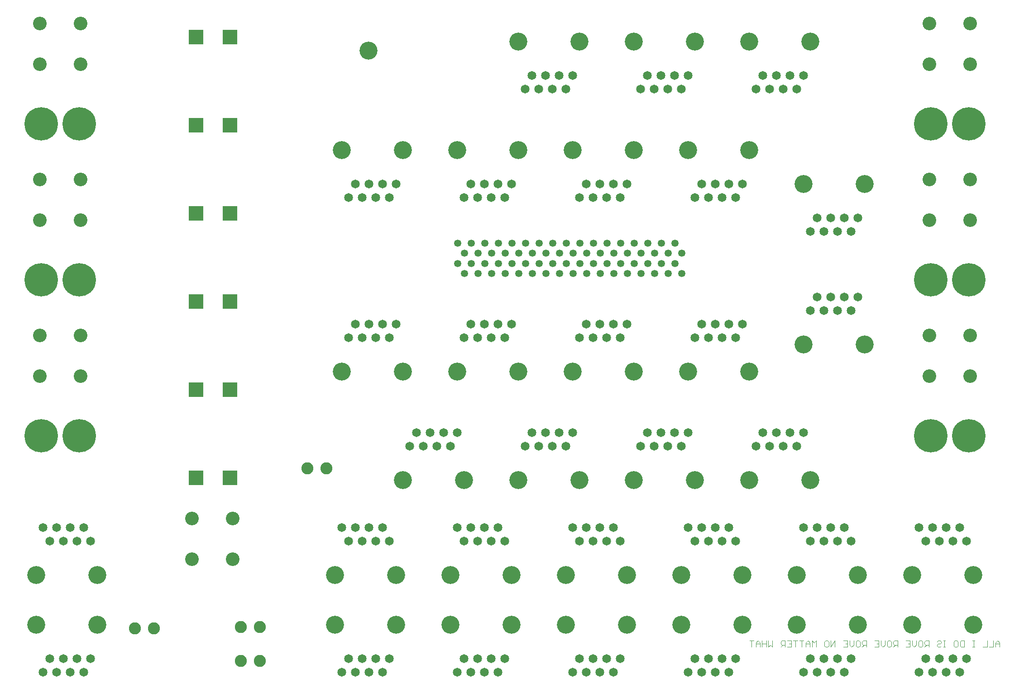
<source format=gbs>
G75*
%MOIN*%
%OFA0B0*%
%FSLAX24Y24*%
%IPPOS*%
%LPD*%
%AMOC8*
5,1,8,0,0,1.08239X$1,22.5*
%
%ADD10C,0.0040*%
%ADD11C,0.0651*%
%ADD12C,0.1320*%
%ADD13C,0.0887*%
%ADD14C,0.0532*%
%ADD15C,0.1005*%
%ADD16C,0.2460*%
%ADD17R,0.1110X0.1110*%
D10*
X071836Y007513D02*
X071836Y007974D01*
X071989Y007974D02*
X071682Y007974D01*
X072143Y007820D02*
X072143Y007513D01*
X072143Y007744D02*
X072449Y007744D01*
X072449Y007820D02*
X072296Y007974D01*
X072143Y007820D01*
X072449Y007820D02*
X072449Y007513D01*
X072603Y007513D02*
X072603Y007974D01*
X072603Y007744D02*
X072910Y007744D01*
X072910Y007974D02*
X072910Y007513D01*
X073063Y007513D02*
X073063Y007974D01*
X073370Y007974D02*
X073370Y007513D01*
X073217Y007667D01*
X073063Y007513D01*
X073984Y007513D02*
X074138Y007667D01*
X074061Y007667D02*
X074291Y007667D01*
X074291Y007513D02*
X074291Y007974D01*
X074061Y007974D01*
X073984Y007897D01*
X073984Y007744D01*
X074061Y007667D01*
X074445Y007513D02*
X074751Y007513D01*
X074751Y007974D01*
X074445Y007974D01*
X074598Y007744D02*
X074751Y007744D01*
X074905Y007974D02*
X075212Y007974D01*
X075365Y007974D02*
X075672Y007974D01*
X075519Y007974D02*
X075519Y007513D01*
X075826Y007513D02*
X075826Y007820D01*
X075979Y007974D01*
X076133Y007820D01*
X076133Y007513D01*
X076286Y007513D02*
X076286Y007974D01*
X076440Y007820D01*
X076593Y007974D01*
X076593Y007513D01*
X076133Y007744D02*
X075826Y007744D01*
X075058Y007513D02*
X075058Y007974D01*
X077207Y007897D02*
X077284Y007974D01*
X077437Y007974D01*
X077514Y007897D01*
X077514Y007590D01*
X077437Y007513D01*
X077284Y007513D01*
X077207Y007590D01*
X077207Y007897D01*
X077667Y007974D02*
X077667Y007513D01*
X077974Y007974D01*
X077974Y007513D01*
X078588Y007513D02*
X078895Y007513D01*
X078895Y007974D01*
X078588Y007974D01*
X078742Y007744D02*
X078895Y007744D01*
X079048Y007667D02*
X079048Y007974D01*
X079048Y007667D02*
X079202Y007513D01*
X079355Y007667D01*
X079355Y007974D01*
X079509Y007897D02*
X079586Y007974D01*
X079739Y007974D01*
X079816Y007897D01*
X079816Y007590D01*
X079739Y007513D01*
X079586Y007513D01*
X079509Y007590D01*
X079509Y007897D01*
X079969Y007897D02*
X080046Y007974D01*
X080276Y007974D01*
X080276Y007513D01*
X080276Y007667D02*
X080046Y007667D01*
X079969Y007744D01*
X079969Y007897D01*
X080123Y007667D02*
X079969Y007513D01*
X080890Y007513D02*
X081197Y007513D01*
X081197Y007974D01*
X080890Y007974D01*
X081043Y007744D02*
X081197Y007744D01*
X081350Y007667D02*
X081350Y007974D01*
X081350Y007667D02*
X081504Y007513D01*
X081657Y007667D01*
X081657Y007974D01*
X081811Y007897D02*
X081888Y007974D01*
X082041Y007974D01*
X082118Y007897D01*
X082118Y007590D01*
X082041Y007513D01*
X081888Y007513D01*
X081811Y007590D01*
X081811Y007897D01*
X082271Y007897D02*
X082271Y007744D01*
X082348Y007667D01*
X082578Y007667D01*
X082425Y007667D02*
X082271Y007513D01*
X082578Y007513D02*
X082578Y007974D01*
X082348Y007974D01*
X082271Y007897D01*
X083192Y007974D02*
X083499Y007974D01*
X083499Y007513D01*
X083192Y007513D01*
X083345Y007744D02*
X083499Y007744D01*
X083652Y007667D02*
X083652Y007974D01*
X083652Y007667D02*
X083806Y007513D01*
X083959Y007667D01*
X083959Y007974D01*
X084113Y007897D02*
X084189Y007974D01*
X084343Y007974D01*
X084420Y007897D01*
X084420Y007590D01*
X084343Y007513D01*
X084189Y007513D01*
X084113Y007590D01*
X084113Y007897D01*
X084573Y007897D02*
X084573Y007744D01*
X084650Y007667D01*
X084880Y007667D01*
X084727Y007667D02*
X084573Y007513D01*
X084880Y007513D02*
X084880Y007974D01*
X084650Y007974D01*
X084573Y007897D01*
X085494Y007897D02*
X085571Y007974D01*
X085724Y007974D01*
X085801Y007897D01*
X085801Y007820D01*
X085724Y007744D01*
X085571Y007744D01*
X085494Y007667D01*
X085494Y007590D01*
X085571Y007513D01*
X085724Y007513D01*
X085801Y007590D01*
X085954Y007513D02*
X086108Y007513D01*
X086031Y007513D02*
X086031Y007974D01*
X086108Y007974D02*
X085954Y007974D01*
X086722Y007897D02*
X086798Y007974D01*
X086952Y007974D01*
X087029Y007897D01*
X087029Y007590D01*
X086952Y007513D01*
X086798Y007513D01*
X086722Y007590D01*
X086722Y007897D01*
X087182Y007897D02*
X087259Y007974D01*
X087489Y007974D01*
X087489Y007513D01*
X087259Y007513D01*
X087182Y007590D01*
X087182Y007897D01*
X088103Y007974D02*
X088256Y007974D01*
X088180Y007974D02*
X088180Y007513D01*
X088256Y007513D02*
X088103Y007513D01*
X088870Y007513D02*
X089177Y007513D01*
X089177Y007974D01*
X089637Y007974D02*
X089637Y007513D01*
X089331Y007513D01*
X089791Y007513D02*
X089791Y007820D01*
X089944Y007974D01*
X090098Y007820D01*
X090098Y007513D01*
X090098Y007744D02*
X089791Y007744D01*
D11*
X019668Y005661D03*
X020668Y005661D03*
X021668Y005661D03*
X022668Y005661D03*
X023168Y006661D03*
X022168Y006661D03*
X021168Y006661D03*
X020168Y006661D03*
X020168Y015326D03*
X021168Y015326D03*
X022168Y015326D03*
X023168Y015326D03*
X022668Y016326D03*
X021668Y016326D03*
X020668Y016326D03*
X019668Y016326D03*
X041668Y016326D03*
X042668Y016326D03*
X043668Y016326D03*
X044668Y016326D03*
X045168Y015326D03*
X044168Y015326D03*
X043168Y015326D03*
X042168Y015326D03*
X050168Y016326D03*
X051168Y016326D03*
X052168Y016326D03*
X053168Y016326D03*
X053668Y015326D03*
X052668Y015326D03*
X051668Y015326D03*
X050668Y015326D03*
X058668Y016326D03*
X059668Y016326D03*
X060668Y016326D03*
X061668Y016326D03*
X062168Y015326D03*
X061168Y015326D03*
X060168Y015326D03*
X059168Y015326D03*
X067168Y016326D03*
X068168Y016326D03*
X069168Y016326D03*
X070168Y016326D03*
X070668Y015326D03*
X069668Y015326D03*
X068668Y015326D03*
X067668Y015326D03*
X075668Y016326D03*
X076668Y016326D03*
X077668Y016326D03*
X078668Y016326D03*
X079168Y015326D03*
X078168Y015326D03*
X077168Y015326D03*
X076168Y015326D03*
X084168Y016326D03*
X085168Y016326D03*
X086168Y016326D03*
X087168Y016326D03*
X087668Y015326D03*
X086668Y015326D03*
X085668Y015326D03*
X084668Y015326D03*
X075168Y022326D03*
X074168Y022326D03*
X073168Y022326D03*
X072168Y022326D03*
X072668Y023326D03*
X073668Y023326D03*
X074668Y023326D03*
X075668Y023326D03*
X067168Y023326D03*
X066168Y023326D03*
X065168Y023326D03*
X064168Y023326D03*
X064668Y022326D03*
X065668Y022326D03*
X066668Y022326D03*
X063668Y022326D03*
X058668Y023326D03*
X057668Y023326D03*
X056668Y023326D03*
X055668Y023326D03*
X056168Y022326D03*
X057168Y022326D03*
X058168Y022326D03*
X055168Y022326D03*
X050168Y023326D03*
X049168Y023326D03*
X048168Y023326D03*
X047168Y023326D03*
X047668Y022326D03*
X048668Y022326D03*
X049668Y022326D03*
X046668Y022326D03*
X045168Y030326D03*
X044168Y030326D03*
X043168Y030326D03*
X042168Y030326D03*
X042668Y031326D03*
X043668Y031326D03*
X044668Y031326D03*
X045668Y031326D03*
X050668Y030326D03*
X051668Y030326D03*
X052668Y030326D03*
X053668Y030326D03*
X054168Y031326D03*
X053168Y031326D03*
X052168Y031326D03*
X051168Y031326D03*
X059168Y030326D03*
X060168Y030326D03*
X061168Y030326D03*
X062168Y030326D03*
X062668Y031326D03*
X061668Y031326D03*
X060668Y031326D03*
X059668Y031326D03*
X067668Y030326D03*
X068668Y030326D03*
X069668Y030326D03*
X070668Y030326D03*
X071168Y031326D03*
X070168Y031326D03*
X069168Y031326D03*
X068168Y031326D03*
X076168Y032326D03*
X077168Y032326D03*
X078168Y032326D03*
X079168Y032326D03*
X079668Y033326D03*
X078668Y033326D03*
X077668Y033326D03*
X076668Y033326D03*
X077168Y038161D03*
X078168Y038161D03*
X079168Y038161D03*
X079668Y039161D03*
X078668Y039161D03*
X077668Y039161D03*
X076668Y039161D03*
X076168Y038161D03*
X070668Y040661D03*
X069668Y040661D03*
X068668Y040661D03*
X067668Y040661D03*
X068168Y041661D03*
X069168Y041661D03*
X070168Y041661D03*
X071168Y041661D03*
X062668Y041661D03*
X061668Y041661D03*
X060668Y041661D03*
X059668Y041661D03*
X060168Y040661D03*
X061168Y040661D03*
X062168Y040661D03*
X059168Y040661D03*
X054168Y041661D03*
X053168Y041661D03*
X052168Y041661D03*
X051168Y041661D03*
X051668Y040661D03*
X052668Y040661D03*
X053668Y040661D03*
X050668Y040661D03*
X045668Y041661D03*
X044668Y041661D03*
X043668Y041661D03*
X042668Y041661D03*
X043168Y040661D03*
X044168Y040661D03*
X045168Y040661D03*
X042168Y040661D03*
X055168Y048661D03*
X056168Y048661D03*
X057168Y048661D03*
X058168Y048661D03*
X058668Y049661D03*
X057668Y049661D03*
X056668Y049661D03*
X055668Y049661D03*
X063668Y048661D03*
X064168Y049661D03*
X065168Y049661D03*
X066168Y049661D03*
X067168Y049661D03*
X066668Y048661D03*
X065668Y048661D03*
X064668Y048661D03*
X072168Y048661D03*
X073168Y048661D03*
X073668Y049661D03*
X074668Y049661D03*
X075668Y049661D03*
X075168Y048661D03*
X074168Y048661D03*
X072668Y049661D03*
X070668Y006661D03*
X069668Y006661D03*
X068668Y006661D03*
X067668Y006661D03*
X068168Y005661D03*
X069168Y005661D03*
X070168Y005661D03*
X067168Y005661D03*
X062168Y006661D03*
X061168Y006661D03*
X060168Y006661D03*
X059168Y006661D03*
X059668Y005661D03*
X060668Y005661D03*
X061668Y005661D03*
X058668Y005661D03*
X053668Y006661D03*
X052668Y006661D03*
X051668Y006661D03*
X050668Y006661D03*
X051168Y005661D03*
X052168Y005661D03*
X053168Y005661D03*
X050168Y005661D03*
X045168Y006661D03*
X044168Y006661D03*
X043168Y006661D03*
X042168Y006661D03*
X042668Y005661D03*
X043668Y005661D03*
X044668Y005661D03*
X041668Y005661D03*
X075668Y005661D03*
X076668Y005661D03*
X077668Y005661D03*
X078668Y005661D03*
X079168Y006661D03*
X078168Y006661D03*
X077168Y006661D03*
X076168Y006661D03*
X084168Y005661D03*
X085168Y005661D03*
X086168Y005661D03*
X087168Y005661D03*
X087668Y006661D03*
X086668Y006661D03*
X085668Y006661D03*
X084668Y006661D03*
D12*
X083668Y009161D03*
X088168Y009161D03*
X088168Y012826D03*
X083668Y012826D03*
X079668Y012826D03*
X075168Y012826D03*
X071168Y012826D03*
X066668Y012826D03*
X062668Y012826D03*
X058168Y012826D03*
X054168Y012826D03*
X049668Y012826D03*
X045668Y012826D03*
X041168Y012826D03*
X041168Y009161D03*
X045668Y009161D03*
X049668Y009161D03*
X054168Y009161D03*
X058168Y009161D03*
X062668Y009161D03*
X066668Y009161D03*
X071168Y009161D03*
X075168Y009161D03*
X079668Y009161D03*
X076168Y019826D03*
X071668Y019826D03*
X067668Y019826D03*
X063168Y019826D03*
X059168Y019826D03*
X054668Y019826D03*
X050668Y019826D03*
X046168Y019826D03*
X046168Y027826D03*
X050168Y027826D03*
X054668Y027826D03*
X058668Y027826D03*
X063168Y027826D03*
X067168Y027826D03*
X071668Y027826D03*
X075668Y029826D03*
X080168Y029826D03*
X080168Y041661D03*
X075668Y041661D03*
X071668Y044161D03*
X067168Y044161D03*
X063168Y044161D03*
X058668Y044161D03*
X054668Y044161D03*
X050168Y044161D03*
X046168Y044161D03*
X041668Y044161D03*
X043618Y051493D03*
X054668Y052161D03*
X059168Y052161D03*
X063168Y052161D03*
X067668Y052161D03*
X071668Y052161D03*
X076168Y052161D03*
X041668Y027826D03*
X023668Y012826D03*
X019168Y012826D03*
X019168Y009161D03*
X023668Y009161D03*
D13*
X026413Y008893D03*
X027823Y008893D03*
X034213Y008993D03*
X035623Y008993D03*
X035623Y006493D03*
X034213Y006493D03*
X039113Y020693D03*
X040523Y020693D03*
D14*
X050695Y035042D03*
X050195Y035792D03*
X051195Y035792D03*
X051695Y035042D03*
X052195Y035792D03*
X052695Y035042D03*
X053195Y035792D03*
X053695Y035042D03*
X054195Y035792D03*
X054695Y035042D03*
X055195Y035792D03*
X055695Y035042D03*
X056195Y035792D03*
X056695Y035042D03*
X057195Y035792D03*
X057695Y035042D03*
X058195Y035792D03*
X058695Y035042D03*
X059195Y035792D03*
X059695Y035042D03*
X060195Y035792D03*
X060695Y035042D03*
X061195Y035792D03*
X061695Y035042D03*
X062195Y035792D03*
X062695Y035042D03*
X063195Y035792D03*
X063695Y035042D03*
X064195Y035792D03*
X064695Y035042D03*
X065195Y035792D03*
X065695Y035042D03*
X066195Y035792D03*
X066695Y035042D03*
X066695Y036542D03*
X066195Y037292D03*
X065695Y036542D03*
X065195Y037292D03*
X064695Y036542D03*
X064195Y037292D03*
X063695Y036542D03*
X063195Y037292D03*
X062695Y036542D03*
X062195Y037292D03*
X061695Y036542D03*
X061195Y037292D03*
X060695Y036542D03*
X060195Y037292D03*
X059695Y036542D03*
X059195Y037292D03*
X058695Y036542D03*
X058195Y037292D03*
X057695Y036542D03*
X057195Y037292D03*
X056695Y036542D03*
X056195Y037292D03*
X055695Y036542D03*
X055195Y037292D03*
X054695Y036542D03*
X054195Y037292D03*
X053695Y036542D03*
X053195Y037292D03*
X052695Y036542D03*
X052195Y037292D03*
X051695Y036542D03*
X051195Y037292D03*
X050695Y036542D03*
X050195Y037292D03*
D15*
X022418Y038993D03*
X019418Y038993D03*
X019418Y041993D03*
X022418Y041993D03*
X022418Y050493D03*
X019418Y050493D03*
X019418Y053493D03*
X022418Y053493D03*
X022418Y030493D03*
X019418Y030493D03*
X019418Y027493D03*
X022418Y027493D03*
X030618Y016993D03*
X033618Y016993D03*
X033618Y013993D03*
X030618Y013993D03*
X084918Y027493D03*
X087918Y027493D03*
X087918Y030493D03*
X084918Y030493D03*
X084918Y038993D03*
X087918Y038993D03*
X087918Y041993D03*
X084918Y041993D03*
X084918Y050493D03*
X087918Y050493D03*
X087918Y053493D03*
X084918Y053493D03*
D16*
X085018Y046093D03*
X087818Y046093D03*
X087818Y034593D03*
X085018Y034593D03*
X085018Y023093D03*
X087818Y023093D03*
X022318Y023093D03*
X019518Y023093D03*
X019518Y034593D03*
X022318Y034593D03*
X022318Y046093D03*
X019518Y046093D03*
D17*
X030918Y045993D03*
X033418Y045993D03*
X033418Y039493D03*
X030918Y039493D03*
X030918Y032993D03*
X033418Y032993D03*
X033418Y026493D03*
X030918Y026493D03*
X030918Y019993D03*
X033418Y019993D03*
X033418Y052493D03*
X030918Y052493D03*
M02*

</source>
